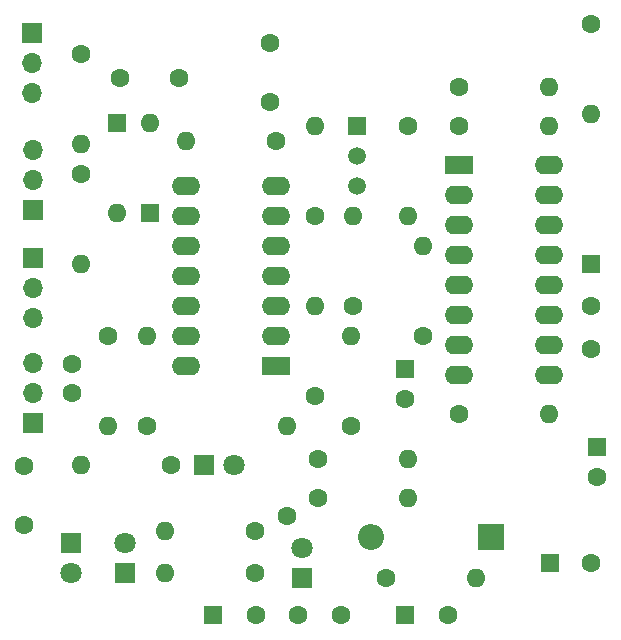
<source format=gbr>
%TF.GenerationSoftware,KiCad,Pcbnew,(6.0.0-0)*%
%TF.CreationDate,2022-01-23T15:20:27+01:00*%
%TF.ProjectId,engineers-thumb,656e6769-6e65-4657-9273-2d7468756d62,rev?*%
%TF.SameCoordinates,Original*%
%TF.FileFunction,Soldermask,Bot*%
%TF.FilePolarity,Negative*%
%FSLAX46Y46*%
G04 Gerber Fmt 4.6, Leading zero omitted, Abs format (unit mm)*
G04 Created by KiCad (PCBNEW (6.0.0-0)) date 2022-01-23 15:20:27*
%MOMM*%
%LPD*%
G01*
G04 APERTURE LIST*
G04 Aperture macros list*
%AMRoundRect*
0 Rectangle with rounded corners*
0 $1 Rounding radius*
0 $2 $3 $4 $5 $6 $7 $8 $9 X,Y pos of 4 corners*
0 Add a 4 corners polygon primitive as box body*
4,1,4,$2,$3,$4,$5,$6,$7,$8,$9,$2,$3,0*
0 Add four circle primitives for the rounded corners*
1,1,$1+$1,$2,$3*
1,1,$1+$1,$4,$5*
1,1,$1+$1,$6,$7*
1,1,$1+$1,$8,$9*
0 Add four rect primitives between the rounded corners*
20,1,$1+$1,$2,$3,$4,$5,0*
20,1,$1+$1,$4,$5,$6,$7,0*
20,1,$1+$1,$6,$7,$8,$9,0*
20,1,$1+$1,$8,$9,$2,$3,0*%
G04 Aperture macros list end*
%ADD10R,1.600000X1.600000*%
%ADD11C,1.600000*%
%ADD12O,1.600000X1.600000*%
%ADD13R,1.800000X1.800000*%
%ADD14C,1.800000*%
%ADD15R,1.700000X1.700000*%
%ADD16O,1.700000X1.700000*%
%ADD17RoundRect,0.250000X-0.550000X-0.550000X0.550000X-0.550000X0.550000X0.550000X-0.550000X0.550000X0*%
%ADD18RoundRect,0.250000X-0.550000X0.550000X-0.550000X-0.550000X0.550000X-0.550000X0.550000X0.550000X0*%
%ADD19C,1.500000*%
%ADD20R,1.500000X1.500000*%
%ADD21R,2.200000X2.200000*%
%ADD22O,2.200000X2.200000*%
%ADD23R,2.400000X1.600000*%
%ADD24O,2.400000X1.600000*%
G04 APERTURE END LIST*
D10*
%TO.C,C1*%
X246182000Y-104775000D03*
D11*
X249682000Y-104775000D03*
%TD*%
%TO.C,R20*%
X223901000Y-100838000D03*
D12*
X223901000Y-93218000D03*
%TD*%
D13*
%TO.C,D7*%
X225171000Y-106050000D03*
D14*
X225171000Y-103510000D03*
%TD*%
D15*
%TO.C,RV3*%
X202311000Y-59944000D03*
D16*
X202311000Y-62484000D03*
X202311000Y-65024000D03*
%TD*%
D17*
%TO.C,J2*%
X217678000Y-109220000D03*
D11*
X221278000Y-109220000D03*
X224878000Y-109220000D03*
X228478000Y-109220000D03*
%TD*%
D17*
%TO.C,J1*%
X233934000Y-109220000D03*
D11*
X237534000Y-109220000D03*
%TD*%
D12*
%TO.C,R14*%
X249682000Y-66802000D03*
D11*
X249682000Y-59182000D03*
%TD*%
D18*
%TO.C,RV5*%
X249682000Y-79458000D03*
D11*
X249682000Y-83058000D03*
X249682000Y-86658000D03*
%TD*%
D19*
%TO.C,Q1*%
X229870000Y-70358000D03*
X229870000Y-72898000D03*
D20*
X229870000Y-67818000D03*
%TD*%
D12*
%TO.C,R15*%
X246126000Y-64516000D03*
D11*
X238506000Y-64516000D03*
%TD*%
%TO.C,C2*%
X201676000Y-96600000D03*
X201676000Y-101600000D03*
%TD*%
%TO.C,R6*%
X208788000Y-85598000D03*
D12*
X208788000Y-93218000D03*
%TD*%
D15*
%TO.C,RV1*%
X202438000Y-78994000D03*
D16*
X202438000Y-81534000D03*
X202438000Y-84074000D03*
%TD*%
D15*
%TO.C,RV4*%
X202438000Y-74930000D03*
D16*
X202438000Y-72390000D03*
X202438000Y-69850000D03*
%TD*%
D21*
%TO.C,D1*%
X241173000Y-102616000D03*
D22*
X231013000Y-102616000D03*
%TD*%
D12*
%TO.C,R16*%
X226314000Y-83058000D03*
D11*
X226314000Y-90678000D03*
%TD*%
%TO.C,R1*%
X232283000Y-106045000D03*
D12*
X239903000Y-106045000D03*
%TD*%
D11*
%TO.C,R13*%
X234188000Y-67818000D03*
D12*
X234188000Y-75438000D03*
%TD*%
%TO.C,R12*%
X235458000Y-77978000D03*
D11*
X235458000Y-85598000D03*
%TD*%
D12*
%TO.C,R17*%
X229489000Y-75438000D03*
D11*
X229489000Y-83058000D03*
%TD*%
D10*
%TO.C,C7*%
X250190000Y-94996000D03*
D11*
X250190000Y-97496000D03*
%TD*%
%TO.C,R3*%
X221234000Y-102108000D03*
D12*
X213614000Y-102108000D03*
%TD*%
D11*
%TO.C,R8*%
X206502000Y-71882000D03*
D12*
X206502000Y-79502000D03*
%TD*%
D13*
%TO.C,D6*%
X216916000Y-96520000D03*
D14*
X219456000Y-96520000D03*
%TD*%
D11*
%TO.C,R22*%
X226568000Y-96012000D03*
D12*
X234188000Y-96012000D03*
%TD*%
%TO.C,R19*%
X246126000Y-92202000D03*
D11*
X238506000Y-92202000D03*
%TD*%
D12*
%TO.C,R9*%
X246126000Y-67818000D03*
D11*
X238506000Y-67818000D03*
%TD*%
D13*
%TO.C,D3*%
X210185000Y-105664000D03*
D14*
X210185000Y-103124000D03*
%TD*%
D11*
%TO.C,R5*%
X212090000Y-93218000D03*
D12*
X212090000Y-85598000D03*
%TD*%
D11*
%TO.C,R10*%
X223012000Y-69088000D03*
D12*
X215392000Y-69088000D03*
%TD*%
D11*
%TO.C,R2*%
X221234000Y-105664000D03*
D12*
X213614000Y-105664000D03*
%TD*%
D11*
%TO.C,R21*%
X226568000Y-99314000D03*
D12*
X234188000Y-99314000D03*
%TD*%
D10*
%TO.C,C4*%
X233934000Y-88392000D03*
D11*
X233934000Y-90892000D03*
%TD*%
%TO.C,R18*%
X226314000Y-75438000D03*
D12*
X226314000Y-67818000D03*
%TD*%
D10*
%TO.C,D4*%
X212344000Y-75184000D03*
D12*
X212344000Y-67564000D03*
%TD*%
%TO.C,R11*%
X229362000Y-85598000D03*
D11*
X229362000Y-93218000D03*
%TD*%
%TO.C,C5*%
X209804000Y-63754000D03*
X214804000Y-63754000D03*
%TD*%
D14*
%TO.C,D2*%
X205613000Y-105664000D03*
D13*
X205613000Y-103124000D03*
%TD*%
D11*
%TO.C,C3*%
X205740000Y-87924000D03*
X205740000Y-90424000D03*
%TD*%
%TO.C,R7*%
X206502000Y-61722000D03*
D12*
X206502000Y-69342000D03*
%TD*%
D15*
%TO.C,RV2*%
X202438000Y-92964000D03*
D16*
X202438000Y-90424000D03*
X202438000Y-87884000D03*
%TD*%
D23*
%TO.C,U2*%
X223012000Y-88138000D03*
D24*
X223012000Y-85598000D03*
X223012000Y-83058000D03*
X223012000Y-80518000D03*
X223012000Y-77978000D03*
X223012000Y-75438000D03*
X223012000Y-72898000D03*
X215392000Y-72898000D03*
X215392000Y-75438000D03*
X215392000Y-77978000D03*
X215392000Y-80518000D03*
X215392000Y-83058000D03*
X215392000Y-85598000D03*
X215392000Y-88138000D03*
%TD*%
%TO.C,U1*%
X246126000Y-71120000D03*
X246126000Y-73660000D03*
X246126000Y-76200000D03*
X246126000Y-78740000D03*
X246126000Y-81280000D03*
X246126000Y-83820000D03*
X246126000Y-86360000D03*
X246126000Y-88900000D03*
X238506000Y-88900000D03*
X238506000Y-86360000D03*
X238506000Y-83820000D03*
X238506000Y-81280000D03*
X238506000Y-78740000D03*
X238506000Y-76200000D03*
X238506000Y-73660000D03*
D23*
X238506000Y-71120000D03*
%TD*%
D11*
%TO.C,C6*%
X222504000Y-65786000D03*
X222504000Y-60786000D03*
%TD*%
D10*
%TO.C,D5*%
X209550000Y-67564000D03*
D12*
X209550000Y-75184000D03*
%TD*%
D11*
%TO.C,R4*%
X214122000Y-96520000D03*
D12*
X206502000Y-96520000D03*
%TD*%
M02*

</source>
